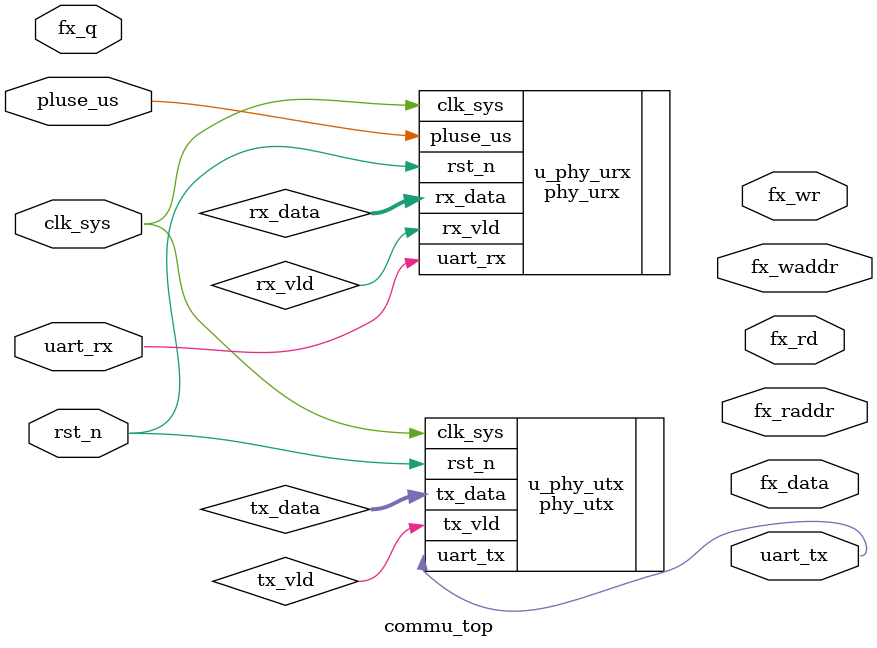
<source format=v>

module commu_top(
//uart slave
uart_tx,
uart_rx,
//fx bus
fx_waddr,
fx_wr,
fx_data,
fx_rd,
fx_raddr,
fx_q,
//clk rst
clk_sys,
pluse_us,
rst_n
);
//uart slave
output 	uart_tx;
input 	uart_rx;
//fx_bus
output 				fx_wr;
output [7:0]	fx_data;
output [31:0]	fx_waddr;
output [31:0]	fx_raddr;
output 				fx_rd;
input  [7:0]	fx_q;
//clk rst
input clk_sys;
input pluse_us;
input rst_n;
//-----------------------------------------
//-----------------------------------------


//--------- uart physical level ---------
wire [7:0] 	rx_data;
wire				rx_vld;
phy_urx u_phy_urx(
.uart_rx(uart_rx),
.rx_data(rx_data),
.rx_vld(rx_vld),
//clk rst
.clk_sys(clk_sys),
.pluse_us(pluse_us),
.rst_n(rst_n)
);


wire [7:0] 	tx_data;
wire				tx_vld;
phy_utx u_phy_utx(
.uart_tx(uart_tx),
.tx_data(tx_data),
.tx_vld(tx_vld),
//clk rst
.clk_sys(clk_sys),
.rst_n(rst_n)
);




endmodule


</source>
